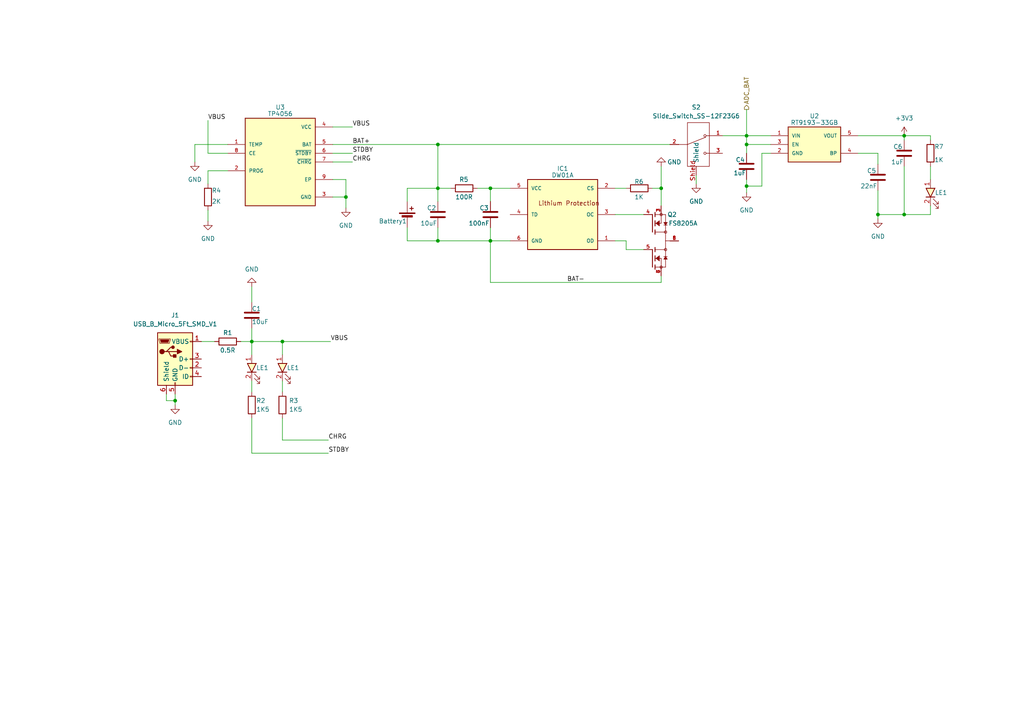
<source format=kicad_sch>
(kicad_sch (version 20230121) (generator eeschema)
  (paper "A4")
  (lib_symbols
    (symbol "Connector:USB_B_Micro" (pin_names (offset 1.016))
      (property "Reference" "J" (at -5.08 11.43 0))
      (property "Value" "USB_B_Micro" (at -5.08 8.89 0))
      (symbol "USB_B_Micro_0_1"
        (rectangle (start -5.08 -7.62) (end 5.08 7.62) (stroke (width 0.254)) (fill (type background)))
        (circle (center -3.81 2.159) (radius 0.635) (stroke (width 0.254)) (fill (type outline)))
        (circle (center -0.635 3.429) (radius 0.381) (stroke (width 0.254)) (fill (type outline)))
        (rectangle (start -0.127 -7.62) (end 0.127 -6.858))
        (polyline (pts (xy -1.905 2.159) (xy 0.635 2.159)) (stroke (width 0.254)))
        (polyline (pts (xy -3.175 2.159) (xy -2.54 2.159) (xy -1.27 3.429) (xy -0.635 3.429)) (stroke (width 0.254)))
        (polyline (pts (xy -2.54 2.159) (xy -1.905 2.159) (xy -1.27 0.889) (xy 0 0.889)) (stroke (width 0.254)))
        (polyline (pts (xy 0.635 2.794) (xy 0.635 1.524) (xy 1.905 2.159) (xy 0.635 2.794)) (stroke (width 0.254)) (fill (type outline)))
        (polyline (pts (xy -4.318 5.588) (xy -1.778 5.588) (xy -2.032 4.826) (xy -4.064 4.826) (xy -4.318 5.588)) (fill (type outline)))
        (polyline (pts (xy -4.699 5.842) (xy -4.699 5.588) (xy -4.445 4.826) (xy -4.445 4.572) (xy -1.651 4.572) (xy -1.651 4.826) (xy -1.397 5.588) (xy -1.397 5.842) (xy -4.699 5.842)))
        (rectangle (start 0.254 1.27) (end -0.508 0.508) (stroke (width 0.254)) (fill (type outline)))
        (rectangle (start 5.08 -5.207) (end 4.318 -4.953))
        (rectangle (start 5.08 -2.667) (end 4.318 -2.413))
        (rectangle (start 5.08 -0.127) (end 4.318 0.127))
        (rectangle (start 5.08 4.953) (end 4.318 5.207))
      )
      (symbol "USB_B_Micro_1_1"
        (pin power_out line (at 7.62 5.08 180) (length 2.54) (name "VBUS") (number "1"))
        (pin bidirectional line (at 7.62 -2.54 180) (length 2.54) (name "D-") (number "2"))
        (pin bidirectional line (at 7.62 0 180) (length 2.54) (name "D+") (number "3"))
        (pin passive line (at 7.62 -5.08 180) (length 2.54) (name "ID") (number "4"))
        (pin power_out line (at 0 -10.16 90) (length 2.54) (name "GND") (number "5"))
        (pin passive line (at -2.54 -10.16 90) (length 2.54) (name "Shield") (number "6"))
      )
    )
    (symbol "DW01A:DW01A" (pin_names (offset 1.016))
      (property "Reference" "IC" (at -5.08 11.43 0))
      (property "Value" "DW01A" (at -5.08 -12.7 0))
      (symbol "DW01A_0_0"
        (rectangle (start -10.16 -10.16) (end 10.16 10.16) (stroke (width 0.254)) (fill (type background)))
        (text "Lithium Protection" (at -7.112 2.54 0) (effects (font (size 1.27 1.27)) (justify left bottom)))
        (pin bidirectional line (at 15.24 -7.62 180) (length 5.08) (name "OD") (number "1"))
        (pin bidirectional line (at 15.24 7.62 180) (length 5.08) (name "CS") (number "2"))
        (pin bidirectional line (at 15.24 0 180) (length 5.08) (name "OC") (number "3"))
        (pin bidirectional line (at -15.24 0 0) (length 5.08) (name "TD") (number "4"))
        (pin power_in line (at -15.24 7.62 0) (length 5.08) (name "VCC") (number "5"))
        (pin power_in line (at -15.24 -7.62 0) (length 5.08) (name "GND") (number "6"))
      )
    )
    (symbol "Device:Battery_Cell" (pin_numbers hide) (pin_names (offset 0) hide)
      (property "Reference" "BT" (at 2.54 2.54 0))
      (property "Value" "Battery_Cell" (at 2.54 0 0))
      (symbol "Battery_Cell_0_1"
        (rectangle (start -2.286 1.778) (end 2.286 1.524) (fill (type outline)))
        (rectangle (start -1.524 1.016) (end 1.524 0.508) (fill (type outline)))
        (polyline (pts (xy 0 0.762) (xy 0 0)))
        (polyline (pts (xy 0 1.778) (xy 0 2.54)))
        (polyline (pts (xy 0.762 3.048) (xy 1.778 3.048)) (stroke (width 0.254)))
        (polyline (pts (xy 1.27 3.556) (xy 1.27 2.54)) (stroke (width 0.254)))
      )
      (symbol "Battery_Cell_1_1"
        (pin passive line (at 0 5.08 270) (length 2.54) (name "+") (number "1"))
        (pin passive line (at 0 -2.54 90) (length 2.54) (name "-") (number "2"))
      )
    )
    (symbol "Device:C" (pin_numbers hide) (pin_names (offset 0.254))
      (property "Reference" "C" (at 0.635 2.54 0))
      (property "Value" "C" (at 0.635 -2.54 0))
      (symbol "C_0_1"
        (polyline (pts (xy -2.032 -0.762) (xy 2.032 -0.762)) (stroke (width 0.508)))
        (polyline (pts (xy -2.032 0.762) (xy 2.032 0.762)) (stroke (width 0.508)))
      )
      (symbol "C_1_1"
        (pin passive line (at 0 3.81 270) (length 2.794) (name "~") (number "1"))
        (pin passive line (at 0 -3.81 90) (length 2.794) (name "~") (number "2"))
      )
    )
    (symbol "Device:R" (pin_numbers hide) (pin_names (offset 0))
      (property "Reference" "R" (at 2.032 0 90))
      (property "Value" "R" (at 0 0 90))
      (symbol "R_0_1"
        (rectangle (start -1.016 -2.54) (end 1.016 2.54) (stroke (width 0.254)))
      )
      (symbol "R_1_1"
        (pin passive line (at 0 3.81 270) (length 1.27) (name "~") (number "1"))
        (pin passive line (at 0 -3.81 90) (length 1.27) (name "~") (number "2"))
      )
    )
    (symbol "FS8205A:FS8205A" (pin_names (offset 1.016))
      (property "Reference" "Q" (at -11.43 7.62 0))
      (property "Value" "FS8205A" (at -11.43 -12.7 0))
      (symbol "FS8205A_0_0"
        (circle (center 0 -7.62) (radius 0.3592))
        (polyline (pts (xy -2.54 -2.54) (xy -2.54 -7.62)) (stroke (width 0.254)))
        (polyline (pts (xy -2.54 7.62) (xy -2.54 2.54)) (stroke (width 0.254)))
        (polyline (pts (xy -1.778 -7.62) (xy -1.778 -8.255)) (stroke (width 0.254)))
        (polyline (pts (xy -1.778 -6.985) (xy -1.778 -7.62)) (stroke (width 0.254)))
        (polyline (pts (xy -1.778 -5.08) (xy -1.778 -5.842)) (stroke (width 0.254)))
        (polyline (pts (xy -1.778 -5.08) (xy 0 -5.08)) (stroke (width 0.1524)))
        (polyline (pts (xy -1.778 -4.318) (xy -1.778 -5.08)) (stroke (width 0.254)))
        (polyline (pts (xy -1.778 -2.54) (xy -1.778 -3.175)) (stroke (width 0.254)))
        (polyline (pts (xy -1.778 -2.54) (xy 1.27 -2.54)) (stroke (width 0.1524)))
        (polyline (pts (xy -1.778 -1.905) (xy -1.778 -2.54)) (stroke (width 0.254)))
        (polyline (pts (xy -1.778 2.54) (xy -1.778 1.905)) (stroke (width 0.254)))
        (polyline (pts (xy -1.778 3.175) (xy -1.778 2.54)) (stroke (width 0.254)))
        (polyline (pts (xy -1.778 5.08) (xy -1.778 4.318)) (stroke (width 0.254)))
        (polyline (pts (xy -1.778 5.08) (xy 0 5.08)) (stroke (width 0.1524)))
        (polyline (pts (xy -1.778 5.842) (xy -1.778 5.08)) (stroke (width 0.254)))
        (polyline (pts (xy -1.778 7.62) (xy -1.778 6.985)) (stroke (width 0.254)))
        (polyline (pts (xy -1.778 7.62) (xy 1.27 7.62)) (stroke (width 0.1524)))
        (polyline (pts (xy -1.778 8.255) (xy -1.778 7.62)) (stroke (width 0.254)))
        (polyline (pts (xy 0 -7.62) (xy -1.778 -7.62)) (stroke (width 0.1524)))
        (polyline (pts (xy 0 -7.62) (xy 1.27 -7.62)) (stroke (width 0.1524)))
        (polyline (pts (xy 0 -5.08) (xy 0 -7.62)) (stroke (width 0.1524)))
        (polyline (pts (xy 0 7.62) (xy 0 5.08)) (stroke (width 0.1524)))
        (polyline (pts (xy 0.762 4.572) (xy 1.27 4.572)) (stroke (width 0.1524)))
        (polyline (pts (xy 1.27 -4.572) (xy 0.762 -4.572)) (stroke (width 0.1524)))
        (polyline (pts (xy 1.27 -4.572) (xy 1.27 -7.62)) (stroke (width 0.1524)))
        (polyline (pts (xy 1.27 -2.54) (xy 1.27 -4.572)) (stroke (width 0.1524)))
        (polyline (pts (xy 1.27 -2.54) (xy 1.27 0)) (stroke (width 0.1524)))
        (polyline (pts (xy 1.27 0) (xy 1.27 2.54)) (stroke (width 0.1524)))
        (polyline (pts (xy 1.27 0) (xy 2.54 0)) (stroke (width 0.1524)))
        (polyline (pts (xy 1.27 2.54) (xy -1.778 2.54)) (stroke (width 0.1524)))
        (polyline (pts (xy 1.27 2.54) (xy 1.27 4.572)) (stroke (width 0.1524)))
        (polyline (pts (xy 1.27 4.572) (xy 1.27 7.62)) (stroke (width 0.1524)))
        (polyline (pts (xy 1.27 4.572) (xy 1.778 4.572)) (stroke (width 0.1524)))
        (polyline (pts (xy 1.778 -4.572) (xy 1.27 -4.572)) (stroke (width 0.1524)))
        (polyline (pts (xy -1.524 -5.08) (xy -0.508 -4.318) (xy -0.508 -5.842) (xy -1.524 -5.08)) (stroke (width 0.1524)) (fill (type outline)))
        (polyline (pts (xy -1.524 5.08) (xy -0.508 5.842) (xy -0.508 4.318) (xy -1.524 5.08)) (stroke (width 0.1524)) (fill (type outline)))
        (polyline (pts (xy 1.27 -4.572) (xy 0.762 -5.334) (xy 1.778 -5.334) (xy 1.27 -4.572)) (stroke (width 0.1524)) (fill (type outline)))
        (polyline (pts (xy 1.27 4.572) (xy 1.778 5.334) (xy 0.762 5.334) (xy 1.27 4.572)) (stroke (width 0.1524)) (fill (type outline)))
        (circle (center 0 7.62) (radius 0.3592))
        (circle (center 1.27 -2.54) (radius 0.3592))
        (circle (center 1.27 2.54) (radius 0.3592))
        (pin passive line (at 5.08 0 180) (length 2.54) (name "~") (number "1"))
        (pin passive line (at 0 -10.16 90) (length 2.54) (name "~") (number "2"))
        (pin passive line (at 0 -10.16 90) (length 2.54) (name "~") (number "3"))
        (pin passive line (at -5.08 -7.62 0) (length 2.54) (name "~") (number "4"))
        (pin passive line (at -5.08 2.54 0) (length 2.54) (name "~") (number "5"))
        (pin passive line (at 0 10.16 270) (length 2.54) (name "~") (number "6"))
        (pin passive line (at 0 10.16 270) (length 2.54) (name "~") (number "7"))
        (pin passive line (at 5.08 0 180) (length 2.54) (name "~") (number "8"))
      )
    )
    (symbol "IVS_SYMBOLS:EG1206-Shield" (pin_names (offset 1.016))
      (property "Reference" "S" (at -2.54 5.08 0))
      (property "Value" "EG1206" (at -3.81 -13.97 0))
      (symbol "EG1206-Shield_0_0"
        (polyline (pts (xy -2.54 0) (xy -5.08 0)) (stroke (width 0.1524)))
        (polyline (pts (xy -2.54 0) (xy 2.794 2.1336)) (stroke (width 0.1524)))
        (polyline (pts (xy 5.08 -2.54) (xy 2.921 -2.54)) (stroke (width 0.1524)))
        (polyline (pts (xy 5.08 2.54) (xy 2.921 2.54)) (stroke (width 0.1524)))
        (circle (center 2.54 -2.54) (radius 0.3302) (stroke (width 0.1524)))
        (circle (center 2.54 2.54) (radius 0.3302) (stroke (width 0.1524)))
        (pin passive line (at 7.62 2.54 180) (length 2.54) (name "~") (number "1"))
        (pin passive line (at -7.62 0 0) (length 2.54) (name "~") (number "2"))
        (pin passive line (at 7.62 -2.54 180) (length 2.54) (name "~") (number "3"))
      )
      (symbol "EG1206-Shield_0_1"
        (rectangle (start -2.54 6.35) (end 3.81 -6.35))
      )
      (symbol "EG1206-Shield_1_1"
        (pin passive line (at 0 -8.89 90) (length 2.54) (name "Shield") (number "Shield"))
      )
    )
    (symbol "IVS_SYMBOLS:Led"
      (property "Reference" "LE" (at 0.508 -2.794 0))
      (property "Value" "Led" (at -0.254 2.794 0))
      (symbol "Led_0_1"
        (polyline (pts (xy 0 -1.27) (xy 0 1.27)) (stroke (width 0.254)))
        (polyline (pts (xy 2.54 -1.27) (xy 2.54 1.27) (xy 0 0) (xy 2.54 -1.27)) (stroke (width 0.254)) (fill (type background)))
        (polyline (pts (xy -1.778 -0.762) (xy -3.302 -2.286) (xy -2.54 -2.286) (xy -3.302 -2.286) (xy -3.302 -1.524)))
        (polyline (pts (xy -0.508 -0.762) (xy -2.032 -2.286) (xy -1.27 -2.286) (xy -2.032 -2.286) (xy -2.032 -1.524)))
      )
      (symbol "Led_1_1"
        (pin passive line (at 5.08 0 180) (length 2.54) (name "") (number "1"))
        (pin passive line (at -2.54 0 0) (length 2.54) (name "") (number "2"))
      )
    )
    (symbol "IVS_SYMBOLS:RT9193-33GB" (pin_names (offset 1.016))
      (property "Reference" "U" (at -6.3582 6.3582 0))
      (property "Value" "RT9193-33GB" (at -6.3733 -8.9227 0))
      (symbol "RT9193-33GB_0_0"
        (rectangle (start -7.62 -5.08) (end 7.62 5.08) (stroke (width 0.254)) (fill (type background)))
        (pin input line (at -12.7 2.54 0) (length 5.08) (name "VIN") (number "1"))
        (pin power_in line (at -12.7 -2.54 0) (length 5.08) (name "GND") (number "2"))
        (pin input line (at -12.7 0 0) (length 5.08) (name "EN") (number "3"))
        (pin passive line (at 12.7 -2.54 180) (length 5.08) (name "BP") (number "4"))
        (pin output line (at 12.7 2.54 180) (length 5.08) (name "VOUT") (number "5"))
      )
    )
    (symbol "TP4056:TP4056" (pin_names (offset 1.016))
      (property "Reference" "U" (at -10.16 13.208 0))
      (property "Value" "TP4056" (at -10.16 -15.24 0))
      (symbol "TP4056_0_0"
        (rectangle (start -10.16 -12.7) (end 10.16 12.7) (stroke (width 0.254)) (fill (type background)))
        (pin input line (at -15.24 5.08 0) (length 5.08) (name "TEMP") (number "1"))
        (pin bidirectional line (at -15.24 -2.54 0) (length 5.08) (name "PROG") (number "2"))
        (pin power_in line (at 15.24 -10.16 180) (length 5.08) (name "GND") (number "3"))
        (pin power_in line (at 15.24 10.16 180) (length 5.08) (name "VCC") (number "4"))
        (pin output line (at 15.24 5.08 180) (length 5.08) (name "BAT") (number "5"))
        (pin output line (at 15.24 2.54 180) (length 5.08) (name "~{STDBY}") (number "6"))
        (pin output line (at 15.24 0 180) (length 5.08) (name "~{CHRG}") (number "7"))
        (pin input line (at -15.24 2.54 0) (length 5.08) (name "CE") (number "8"))
        (pin passive line (at 15.24 -5.08 180) (length 5.08) (name "EP") (number "9"))
      )
    )
    (symbol "power:+3V3" (power) (pin_names (offset 0))
      (property "Value" "+3V3" (at 0 3.556 0))
      (symbol "+3V3_0_1"
        (polyline (pts (xy -0.762 1.27) (xy 0 2.54)))
        (polyline (pts (xy 0 0) (xy 0 2.54)))
        (polyline (pts (xy 0 2.54) (xy 0.762 1.27)))
      )
      (symbol "+3V3_1_1"
        (pin power_in line (at 0 0 90) (length 0) hide (name "+3V3") (number "1"))
      )
    )
    (symbol "power:GND" (power) (pin_names (offset 0))
      (property "Value" "GND" (at 0 -3.81 0))
      (symbol "GND_0_1"
        (polyline (pts (xy 0 0) (xy 0 -1.27) (xy 1.27 -1.27) (xy 0 -2.54) (xy -1.27 -1.27) (xy 0 -1.27)))
      )
      (symbol "GND_1_1"
        (pin power_in line (at 0 0 270) (length 0) hide (name "GND") (number "1"))
      )
    )
  )
  (junction (at 191.77 54.61))
  (junction (at 262.255 39.37))
  (junction (at 262.255 62.23))
  (junction (at 142.24 69.85))
  (junction (at 73.025 99.06))
  (junction (at 127 69.85))
  (junction (at 100.33 57.15))
  (junction (at 216.535 41.91))
  (junction (at 127 41.91))
  (junction (at 50.8 116.205))
  (junction (at 142.24 54.61))
  (junction (at 127 54.61))
  (junction (at 216.535 53.975))
  (junction (at 81.915 99.06))
  (junction (at 216.535 39.37))
  (junction (at 254.635 62.23))
  (wire (pts (xy 178.435 69.85) (xy 181.61 69.85)))
  (wire (pts (xy 181.61 69.85) (xy 181.61 72.39)))
  (wire (pts (xy 66.04 41.91) (xy 56.515 41.91)))
  (wire (pts (xy 100.33 57.15) (xy 100.33 60.325)))
  (wire (pts (xy 191.77 48.26) (xy 191.77 54.61)))
  (wire (pts (xy 254.635 44.45) (xy 254.635 47.625)))
  (wire (pts (xy 127 54.61) (xy 127 58.42)))
  (wire (pts (xy 254.635 55.245) (xy 254.635 62.23)))
  (wire (pts (xy 118.11 58.42) (xy 118.11 54.61)))
  (wire (pts (xy 248.92 39.37) (xy 262.255 39.37)))
  (wire (pts (xy 73.025 110.49) (xy 73.025 113.665)))
  (wire (pts (xy 48.26 116.205) (xy 50.8 116.205)))
  (wire (pts (xy 142.24 69.85) (xy 147.955 69.85)))
  (wire (pts (xy 118.11 69.85) (xy 127 69.85)))
  (wire (pts (xy 269.875 52.07) (xy 269.875 48.26)))
  (wire (pts (xy 191.77 80.01) (xy 191.77 81.915)))
  (wire (pts (xy 216.535 41.91) (xy 216.535 39.37)))
  (wire (pts (xy 96.52 41.91) (xy 127 41.91)))
  (wire (pts (xy 181.61 72.39) (xy 186.69 72.39)))
  (wire (pts (xy 81.915 99.06) (xy 73.025 99.06)))
  (wire (pts (xy 73.025 83.185) (xy 73.025 87.63)))
  (wire (pts (xy 81.915 127.635) (xy 95.25 127.635)))
  (wire (pts (xy 73.025 131.445) (xy 95.25 131.445)))
  (wire (pts (xy 216.535 39.37) (xy 223.52 39.37)))
  (wire (pts (xy 56.515 41.91) (xy 56.515 46.99)))
  (wire (pts (xy 269.875 39.37) (xy 269.875 40.64)))
  (wire (pts (xy 142.24 54.61) (xy 147.955 54.61)))
  (wire (pts (xy 223.52 44.45) (xy 220.98 44.45)))
  (wire (pts (xy 216.535 53.975) (xy 216.535 55.88)))
  (wire (pts (xy 118.11 54.61) (xy 127 54.61)))
  (wire (pts (xy 81.915 110.49) (xy 81.915 113.665)))
  (wire (pts (xy 178.435 54.61) (xy 181.61 54.61)))
  (wire (pts (xy 96.52 46.99) (xy 102.235 46.99)))
  (wire (pts (xy 100.33 52.07) (xy 100.33 57.15)))
  (wire (pts (xy 216.535 31.75) (xy 216.535 39.37)))
  (wire (pts (xy 189.23 54.61) (xy 191.77 54.61)))
  (wire (pts (xy 66.04 49.53) (xy 60.325 49.53)))
  (wire (pts (xy 81.915 102.87) (xy 81.915 99.06)))
  (wire (pts (xy 248.92 44.45) (xy 254.635 44.45)))
  (wire (pts (xy 127 41.91) (xy 127 54.61)))
  (wire (pts (xy 127 54.61) (xy 130.81 54.61)))
  (wire (pts (xy 50.8 116.205) (xy 50.8 117.475)))
  (wire (pts (xy 96.52 57.15) (xy 100.33 57.15)))
  (wire (pts (xy 73.025 95.25) (xy 73.025 99.06)))
  (wire (pts (xy 223.52 41.91) (xy 216.535 41.91)))
  (wire (pts (xy 69.85 99.06) (xy 73.025 99.06)))
  (wire (pts (xy 191.77 59.69) (xy 191.77 54.61)))
  (wire (pts (xy 178.435 62.23) (xy 186.69 62.23)))
  (wire (pts (xy 142.24 54.61) (xy 142.24 58.42)))
  (wire (pts (xy 118.11 66.04) (xy 118.11 69.85)))
  (wire (pts (xy 127 41.91) (xy 194.31 41.91)))
  (wire (pts (xy 138.43 54.61) (xy 142.24 54.61)))
  (wire (pts (xy 127 69.85) (xy 142.24 69.85)))
  (wire (pts (xy 191.77 81.915) (xy 142.24 81.915)))
  (wire (pts (xy 216.535 52.07) (xy 216.535 53.975)))
  (wire (pts (xy 60.325 60.96) (xy 60.325 64.135)))
  (wire (pts (xy 127 66.04) (xy 127 69.85)))
  (wire (pts (xy 262.255 39.37) (xy 269.875 39.37)))
  (wire (pts (xy 73.025 99.06) (xy 73.025 102.87)))
  (wire (pts (xy 254.635 62.23) (xy 254.635 63.5)))
  (wire (pts (xy 201.93 50.8) (xy 201.93 53.34)))
  (wire (pts (xy 262.255 39.37) (xy 262.255 40.64)))
  (wire (pts (xy 60.325 34.925) (xy 60.325 44.45)))
  (wire (pts (xy 50.8 114.3) (xy 50.8 116.205)))
  (wire (pts (xy 142.24 81.915) (xy 142.24 69.85)))
  (wire (pts (xy 81.915 99.06) (xy 95.885 99.06)))
  (wire (pts (xy 269.875 62.23) (xy 262.255 62.23)))
  (wire (pts (xy 66.04 44.45) (xy 60.325 44.45)))
  (wire (pts (xy 96.52 44.45) (xy 102.235 44.45)))
  (wire (pts (xy 262.255 62.23) (xy 254.635 62.23)))
  (wire (pts (xy 96.52 36.83) (xy 102.235 36.83)))
  (wire (pts (xy 81.915 121.285) (xy 81.915 127.635)))
  (wire (pts (xy 60.325 49.53) (xy 60.325 53.34)))
  (wire (pts (xy 220.98 44.45) (xy 220.98 53.975)))
  (wire (pts (xy 220.98 53.975) (xy 216.535 53.975)))
  (wire (pts (xy 216.535 41.91) (xy 216.535 44.45)))
  (wire (pts (xy 262.255 48.26) (xy 262.255 62.23)))
  (wire (pts (xy 48.26 114.3) (xy 48.26 116.205)))
  (wire (pts (xy 209.55 39.37) (xy 216.535 39.37)))
  (wire (pts (xy 58.42 99.06) (xy 62.23 99.06)))
  (wire (pts (xy 269.875 59.69) (xy 269.875 62.23)))
  (wire (pts (xy 96.52 52.07) (xy 100.33 52.07)))
  (wire (pts (xy 142.24 66.04) (xy 142.24 69.85)))
  (wire (pts (xy 73.025 121.285) (xy 73.025 131.445)))
  (label "STDBY" (at 102.235 44.45 0))
  (label "VBUS" (at 102.235 36.83 0))
  (label "VBUS" (at 60.325 34.925 0))
  (label "CHRG" (at 102.235 46.99 0))
  (label "BAT-" (at 164.465 81.915 0))
  (label "STDBY" (at 95.25 131.445 0))
  (label "CHRG" (at 95.25 127.635 0))
  (label "BAT+" (at 102.235 41.91 0))
  (label "VBUS" (at 95.885 99.06 0))
  (hierarchical_label "ADC_BAT" (shape output) (at 216.535 31.75 90))
  (symbol (lib_id "power:GND") (at 50.8 117.475 0) (unit 1)
    (property "Reference" "#PWR017" (effects hide))
    (property "Value" "GND" (at 50.8 122.555 0))
  )
  (symbol (lib_id "Device:R") (at 269.875 44.45 180) (unit 1)
    (property "Reference" "R7" (at 273.685 42.545 0) (effects (justify left)))
    (property "Value" "1K" (at 273.685 46.355 0) (effects (justify left)))
    (property "Footprint" "IVS_FOOTPRINTS:R_0603" (effects hide))
  )
  (symbol (lib_id "IVS_SYMBOLS:RT9193-33GB") (at 236.22 41.91 0) (unit 1)
    (property "Reference" "U2" (at 236.22 33.655 0))
    (property "Value" "RT9193-33GB" (at 236.22 35.56 0))
    (property "Footprint" "IVS_FOOTPRINTS:SOT23-5" (effects hide))
    (property "Datasheet" "https://www.richtek.com/assets/product_file/RT9193/DS9193-18.pdf" (effects hide))
    (property "PRICE" "$0.19 USD" (effects hide))
    (property "MP" "RT9193-33GB" (effects hide))
    (property "AVAILABILITY" "Good" (effects hide))
    (property "PACKAGE" "SOT-23-5" (effects hide))
    (property "MF" "RICHTEK" (effects hide))
  )
  (symbol (lib_id "Device:C") (at 127 62.23 0) (unit 1)
    (property "Reference" "C2" (at 123.825 60.325 0) (effects (justify left)))
    (property "Value" "10uF" (at 121.92 64.77 0) (effects (justify left)))
    (property "Footprint" "IVS_FOOTPRINTS:C_0603" (effects hide))
  )
  (symbol (lib_id "Device:R") (at 66.04 99.06 90) (unit 1)
    (property "Reference" "R1" (at 66.04 96.52 90))
    (property "Value" "0.5R" (at 66.04 101.6 90))
    (property "Footprint" "IVS_FOOTPRINTS:R_0603" (effects hide))
  )
  (symbol (lib_id "IVS_SYMBOLS:Led") (at 81.915 107.95 90) (unit 1)
    (property "Reference" "LE1" (at 83.185 106.68 90) (effects (justify right)))
    (property "Value" "Led_Red_3mm_DIP" (effects hide))
    (property "Footprint" "IVS_FOOTPRINTS:LED_D3.0mm_Red" (effects hide))
    (instances (project "Node_Vote" (path "" (reference "LE1") (unit 1)) (path "" (reference "LE5") (unit 1)) (path "" (reference "LE2") (unit 1))))
  )
  (symbol (lib_id "Device:R") (at 60.325 57.15 180) (unit 1)
    (property "Reference" "R4" (at 64.135 55.245 0) (effects (justify left)))
    (property "Value" "2K" (at 64.135 58.42 0) (effects (justify left)))
    (property "Footprint" "IVS_FOOTPRINTS:R_0603" (effects hide))
  )
  (symbol (lib_id "IVS_SYMBOLS:Led") (at 73.025 107.95 90) (unit 1)
    (property "Reference" "LE1" (at 74.295 106.68 90) (effects (justify right)))
    (property "Value" "Led_Green_3mm_DIP" (effects hide))
    (property "Footprint" "IVS_FOOTPRINTS:LED_D3.0mm_Red" (effects hide))
    (instances (project "Node_Vote" (path "" (reference "LE1") (unit 1)) (path "" (reference "LE5") (unit 1)) (path "" (reference "LE1") (unit 1))))
  )
  (symbol (lib_id "IVS_SYMBOLS:Led") (at 269.875 57.15 90) (unit 1)
    (property "Reference" "LE1" (at 271.145 55.88 90) (effects (justify right)))
    (property "Value" "Led_Red_3mm_DIP" (effects hide))
    (property "Footprint" "IVS_FOOTPRINTS:LED_D3.0mm_Red" (effects hide))
    (instances (project "Node_Vote" (path "" (reference "LE1") (unit 1)) (path "" (reference "LE5") (unit 1)) (path "" (reference "LE3") (unit 1))))
  )
  (symbol (lib_id "power:GND") (at 56.515 46.99 0) (unit 1)
    (property "Reference" "#PWR023" (effects hide))
    (property "Value" "GND" (at 56.515 52.07 0))
  )
  (symbol (lib_id "TP4056:TP4056") (at 81.28 46.99 0) (unit 1)
    (property "Reference" "U3" (at 81.28 31.115 0))
    (property "Value" "TP4056" (at 81.28 33.02 0))
    (property "Footprint" "IVS_FOOTPRINTS:TP4056" (effects hide))
    (property "STANDARD" "IPC 7351B" (effects hide))
    (property "MAXIMUM_PACKAGE_HEIGHT" "1.75mm" (effects hide))
    (property "MANUFACTURER" "NanJing Top Power ASIC Corp." (effects hide))
  )
  (symbol (lib_id "FS8205A:FS8205A") (at 191.77 69.85 0) (mirror x) (unit 1)
    (property "Reference" "Q2" (at 194.945 62.23 0))
    (property "Value" "FS8205A" (at 198.12 64.77 0))
    (property "Footprint" "IVS_FOOTPRINTS:TSSOP-8" (effects hide))
    (property "PARTREV" "1.7" (effects hide))
    (property "MANUFACTURER" "Fortune Semiconductor" (effects hide))
    (property "MAXIMUM_PACKAGE_HEIGHT" "1.2mm" (effects hide))
    (property "STANDARD" "IPC 7351B" (effects hide))
  )
  (symbol (lib_id "Device:C") (at 262.255 44.45 0) (unit 1)
    (property "Reference" "C6" (at 259.08 42.545 0) (effects (justify left)))
    (property "Value" "1uF" (at 258.445 46.99 0) (effects (justify left)))
    (property "Footprint" "IVS_FOOTPRINTS:C_0603" (effects hide))
  )
  (symbol (lib_id "Device:R") (at 185.42 54.61 90) (unit 1)
    (property "Reference" "R6" (at 186.69 52.705 90) (effects (justify left)))
    (property "Value" "1K" (at 186.69 57.15 90) (effects (justify left)))
    (property "Footprint" "IVS_FOOTPRINTS:R_0603" (effects hide))
  )
  (symbol (lib_id "power:+3V3") (at 262.255 39.37 0) (unit 1)
    (property "Reference" "#PWR025" (effects hide))
    (property "Value" "+3V3" (at 262.255 34.29 0))
  )
  (symbol (lib_id "power:GND") (at 201.93 53.34 0) (unit 1)
    (property "Reference" "#PWR027" (effects hide))
    (property "Value" "GND" (at 201.93 58.42 0))
  )
  (symbol (lib_id "DW01A:DW01A") (at 163.195 62.23 0) (unit 1)
    (property "Reference" "IC1" (at 163.195 48.895 0))
    (property "Value" "DW01A" (at 163.195 50.8 0))
    (property "Footprint" "IVS_FOOTPRINTS:SOT23-6" (effects hide))
    (property "MPN" "DW01A" (effects hide))
    (property "LCSC" "C351410" (effects hide))
    (property "VALUE" "DW01A" (effects hide))
  )
  (symbol (lib_id "Device:R") (at 73.025 117.475 0) (unit 1)
    (property "Reference" "R2" (at 74.295 116.205 0) (effects (justify left)))
    (property "Value" "1K5" (at 74.295 118.745 0) (effects (justify left)))
    (property "Footprint" "IVS_FOOTPRINTS:R_0603" (effects hide))
  )
  (symbol (lib_id "IVS_SYMBOLS:EG1206-Shield") (at 201.93 41.91 0) (unit 1)
    (property "Reference" "S2" (at 201.93 31.115 0))
    (property "Value" "Slide_Switch_SS-12F23G6" (at 201.93 33.655 0))
    (property "Footprint" "IVS_FOOTPRINTS:SS-12F23G6" (effects hide))
    (property "PARTREV" "B" (effects hide))
    (property "STANDARD" "Manufacturer Recommendations" (effects hide))
    (property "MAXIMUM_PACKAGE_HEIGHT" "6 mm" (effects hide))
    (property "MANUFACTURER" "E-Switch" (effects hide))
  )
  (symbol (lib_id "power:GND") (at 73.025 83.185 180) (unit 1)
    (property "Reference" "#PWR018" (effects hide))
    (property "Value" "GND" (at 73.025 78.105 0))
  )
  (symbol (lib_id "Device:C") (at 73.025 91.44 0) (unit 1)
    (property "Reference" "C1" (at 73.025 89.535 0) (effects (justify left)))
    (property "Value" "10uF" (at 73.025 93.345 0) (effects (justify left)))
    (property "Footprint" "IVS_FOOTPRINTS:C_0603" (effects hide))
  )
  (symbol (lib_id "power:GND") (at 100.33 60.325 0) (unit 1)
    (property "Reference" "#PWR020" (effects hide))
    (property "Value" "GND" (at 100.33 65.405 0))
  )
  (symbol (lib_id "Device:C") (at 254.635 51.435 0) (unit 1)
    (property "Reference" "C5" (at 251.46 49.53 0) (effects (justify left)))
    (property "Value" "22nF" (at 249.555 53.975 0) (effects (justify left)))
    (property "Footprint" "IVS_FOOTPRINTS:C_0603" (effects hide))
  )
  (symbol (lib_id "Device:R") (at 81.915 117.475 0) (unit 1)
    (property "Reference" "R3" (at 83.82 116.205 0) (effects (justify left)))
    (property "Value" "1K5" (at 83.82 118.745 0) (effects (justify left)))
    (property "Footprint" "IVS_FOOTPRINTS:R_0603" (effects hide))
  )
  (symbol (lib_id "Device:R") (at 134.62 54.61 90) (unit 1)
    (property "Reference" "R5" (at 135.89 52.07 90) (effects (justify left)))
    (property "Value" "100R" (at 137.16 57.15 90) (effects (justify left)))
    (property "Footprint" "IVS_FOOTPRINTS:R_0603" (effects hide))
  )
  (symbol (lib_id "power:GND") (at 216.535 55.88 0) (unit 1)
    (property "Reference" "#PWR021" (effects hide))
    (property "Value" "GND" (at 216.535 60.96 0))
  )
  (symbol (lib_id "power:GND") (at 191.77 48.26 180) (unit 1)
    (property "Reference" "#PWR024" (effects hide))
    (property "Value" "GND" (at 195.58 46.99 0))
  )
  (symbol (lib_id "Connector:USB_B_Micro") (at 50.8 104.14 0) (unit 1)
    (property "Reference" "J1" (at 50.8 91.44 0))
    (property "Value" "USB_B_Micro_5Ft_SMD_V1" (at 50.8 93.98 0))
    (property "Footprint" "IVS_FOOTPRINTS:USB_Micro-B" (effects hide))
  )
  (symbol (lib_id "Device:C") (at 216.535 48.26 0) (unit 1)
    (property "Reference" "C4" (at 213.36 46.355 0) (effects (justify left)))
    (property "Value" "1uF" (at 212.725 50.165 0) (effects (justify left)))
    (property "Footprint" "IVS_FOOTPRINTS:C_0603" (effects hide))
  )
  (symbol (lib_id "Device:Battery_Cell") (at 118.11 63.5 0) (unit 1)
    (property "Reference" "Battery1" (at 109.855 64.135 0) (effects (justify left)))
    (property "Value" "Battery_Holder_1x18650_DIP" (effects hide))
    (property "Footprint" "IVS_FOOTPRINTS:BatteryHolder_MPD_BH-18650-PC2" (effects hide))
  )
  (symbol (lib_id "power:GND") (at 60.325 64.135 0) (unit 1)
    (property "Reference" "#PWR019" (effects hide))
    (property "Value" "GND" (at 60.325 69.215 0))
  )
  (symbol (lib_id "power:GND") (at 254.635 63.5 0) (unit 1)
    (property "Reference" "#PWR022" (effects hide))
    (property "Value" "GND" (at 254.635 68.58 0))
  )
  (symbol (lib_id "Device:C") (at 142.24 62.23 0) (unit 1)
    (property "Reference" "C3" (at 139.065 60.325 0) (effects (justify left)))
    (property "Value" "100nF" (at 135.89 64.77 0) (effects (justify left)))
    (property "Footprint" "IVS_FOOTPRINTS:C_0603" (effects hide))
  )
)
</source>
